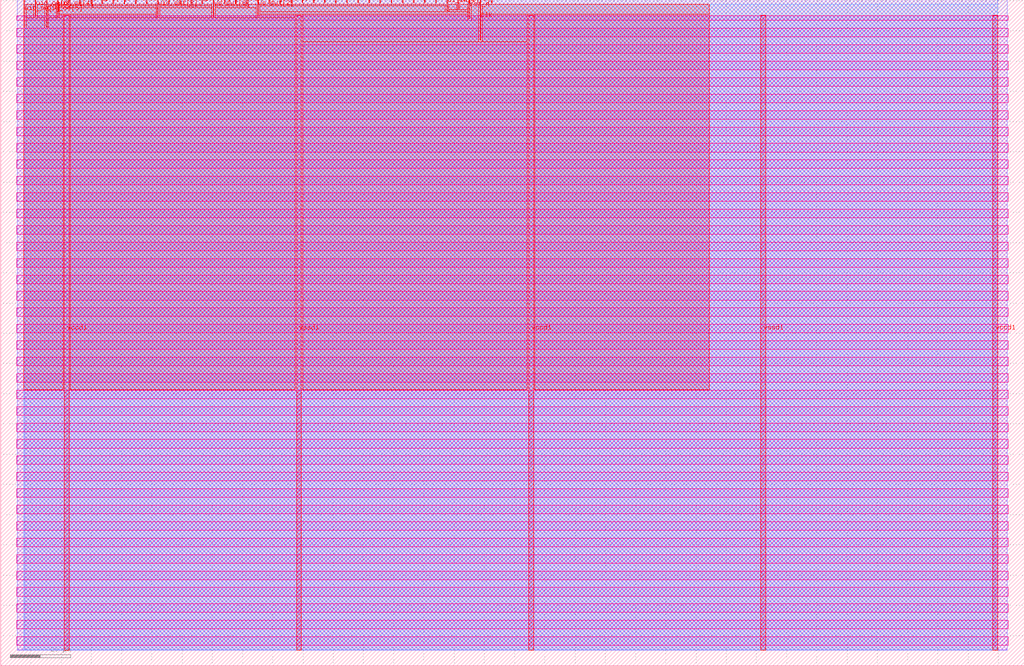
<source format=lef>
VERSION 5.7 ;
  NOWIREEXTENSIONATPIN ON ;
  DIVIDERCHAR "/" ;
  BUSBITCHARS "[]" ;
MACRO tt_um_tomkeddie_a
  CLASS BLOCK ;
  FOREIGN tt_um_tomkeddie_a ;
  ORIGIN 0.000 0.000 ;
  SIZE 338.560 BY 220.320 ;
  PIN clk
    DIRECTION INPUT ;
    USE SIGNAL ;
    PORT
      LAYER met4 ;
        RECT 158.550 206.850 158.850 220.320 ;
    END
  END clk
  PIN ena
    DIRECTION INPUT ;
    USE SIGNAL ;
    PORT
      LAYER met4 ;
        RECT 162.230 219.320 162.530 220.320 ;
    END
  END ena
  PIN rst_n
    DIRECTION INPUT ;
    USE SIGNAL ;
    PORT
      LAYER met4 ;
        RECT 154.870 214.020 155.170 220.320 ;
    END
  END rst_n
  PIN ui_in[0]
    DIRECTION INPUT ;
    USE SIGNAL ;
    PORT
      LAYER met4 ;
        RECT 151.190 217.420 151.490 220.320 ;
    END
  END ui_in[0]
  PIN ui_in[1]
    DIRECTION INPUT ;
    USE SIGNAL ;
    PORT
      LAYER met4 ;
        RECT 147.510 216.740 147.810 220.320 ;
    END
  END ui_in[1]
  PIN ui_in[2]
    DIRECTION INPUT ;
    USE SIGNAL ;
    PORT
      LAYER met4 ;
        RECT 143.830 219.320 144.130 220.320 ;
    END
  END ui_in[2]
  PIN ui_in[3]
    DIRECTION INPUT ;
    USE SIGNAL ;
    PORT
      LAYER met4 ;
        RECT 140.150 219.320 140.450 220.320 ;
    END
  END ui_in[3]
  PIN ui_in[4]
    DIRECTION INPUT ;
    USE SIGNAL ;
    PORT
      LAYER met4 ;
        RECT 136.470 219.320 136.770 220.320 ;
    END
  END ui_in[4]
  PIN ui_in[5]
    DIRECTION INPUT ;
    USE SIGNAL ;
    PORT
      LAYER met4 ;
        RECT 132.790 219.320 133.090 220.320 ;
    END
  END ui_in[5]
  PIN ui_in[6]
    DIRECTION INPUT ;
    USE SIGNAL ;
    PORT
      LAYER met4 ;
        RECT 129.110 219.320 129.410 220.320 ;
    END
  END ui_in[6]
  PIN ui_in[7]
    DIRECTION INPUT ;
    USE SIGNAL ;
    PORT
      LAYER met4 ;
        RECT 125.430 219.320 125.730 220.320 ;
    END
  END ui_in[7]
  PIN uio_in[0]
    DIRECTION INPUT ;
    USE SIGNAL ;
    PORT
      LAYER met4 ;
        RECT 121.750 219.320 122.050 220.320 ;
    END
  END uio_in[0]
  PIN uio_in[1]
    DIRECTION INPUT ;
    USE SIGNAL ;
    PORT
      LAYER met4 ;
        RECT 118.070 219.320 118.370 220.320 ;
    END
  END uio_in[1]
  PIN uio_in[2]
    DIRECTION INPUT ;
    USE SIGNAL ;
    PORT
      LAYER met4 ;
        RECT 114.390 219.320 114.690 220.320 ;
    END
  END uio_in[2]
  PIN uio_in[3]
    DIRECTION INPUT ;
    USE SIGNAL ;
    PORT
      LAYER met4 ;
        RECT 110.710 219.320 111.010 220.320 ;
    END
  END uio_in[3]
  PIN uio_in[4]
    DIRECTION INPUT ;
    USE SIGNAL ;
    PORT
      LAYER met4 ;
        RECT 107.030 219.320 107.330 220.320 ;
    END
  END uio_in[4]
  PIN uio_in[5]
    DIRECTION INPUT ;
    USE SIGNAL ;
    PORT
      LAYER met4 ;
        RECT 103.350 219.320 103.650 220.320 ;
    END
  END uio_in[5]
  PIN uio_in[6]
    DIRECTION INPUT ;
    USE SIGNAL ;
    PORT
      LAYER met4 ;
        RECT 99.670 219.320 99.970 220.320 ;
    END
  END uio_in[6]
  PIN uio_in[7]
    DIRECTION INPUT ;
    USE SIGNAL ;
    PORT
      LAYER met4 ;
        RECT 95.990 219.320 96.290 220.320 ;
    END
  END uio_in[7]
  PIN uio_oe[0]
    DIRECTION OUTPUT TRISTATE ;
    USE SIGNAL ;
    PORT
      LAYER met4 ;
        RECT 33.430 218.780 33.730 220.320 ;
    END
  END uio_oe[0]
  PIN uio_oe[1]
    DIRECTION OUTPUT TRISTATE ;
    USE SIGNAL ;
    PORT
      LAYER met4 ;
        RECT 29.750 218.100 30.050 220.320 ;
    END
  END uio_oe[1]
  PIN uio_oe[2]
    DIRECTION OUTPUT TRISTATE ;
    USE SIGNAL ;
    PORT
      LAYER met4 ;
        RECT 26.070 218.780 26.370 220.320 ;
    END
  END uio_oe[2]
  PIN uio_oe[3]
    DIRECTION OUTPUT TRISTATE ;
    USE SIGNAL ;
    PORT
      LAYER met4 ;
        RECT 22.390 218.780 22.690 220.320 ;
    END
  END uio_oe[3]
  PIN uio_oe[4]
    DIRECTION OUTPUT TRISTATE ;
    USE SIGNAL ;
    PORT
      LAYER met4 ;
        RECT 18.710 214.700 19.010 220.320 ;
    END
  END uio_oe[4]
  PIN uio_oe[5]
    DIRECTION OUTPUT TRISTATE ;
    USE SIGNAL ;
    PORT
      LAYER met4 ;
        RECT 15.030 211.300 15.330 220.320 ;
    END
  END uio_oe[5]
  PIN uio_oe[6]
    DIRECTION OUTPUT TRISTATE ;
    USE SIGNAL ;
    PORT
      LAYER met4 ;
        RECT 11.350 214.700 11.650 220.320 ;
    END
  END uio_oe[6]
  PIN uio_oe[7]
    DIRECTION OUTPUT TRISTATE ;
    USE SIGNAL ;
    PORT
      LAYER met4 ;
        RECT 7.670 211.300 7.970 220.320 ;
    END
  END uio_oe[7]
  PIN uio_out[0]
    DIRECTION OUTPUT TRISTATE ;
    USE SIGNAL ;
    PORT
      LAYER met4 ;
        RECT 62.870 218.100 63.170 220.320 ;
    END
  END uio_out[0]
  PIN uio_out[1]
    DIRECTION OUTPUT TRISTATE ;
    USE SIGNAL ;
    PORT
      LAYER met4 ;
        RECT 59.190 218.780 59.490 220.320 ;
    END
  END uio_out[1]
  PIN uio_out[2]
    DIRECTION OUTPUT TRISTATE ;
    USE SIGNAL ;
    PORT
      LAYER met4 ;
        RECT 55.510 218.780 55.810 220.320 ;
    END
  END uio_out[2]
  PIN uio_out[3]
    DIRECTION OUTPUT TRISTATE ;
    USE SIGNAL ;
    PORT
      LAYER met4 ;
        RECT 51.830 214.700 52.130 220.320 ;
    END
  END uio_out[3]
  PIN uio_out[4]
    DIRECTION OUTPUT TRISTATE ;
    USE SIGNAL ;
    PORT
      LAYER met4 ;
        RECT 48.150 218.780 48.450 220.320 ;
    END
  END uio_out[4]
  PIN uio_out[5]
    DIRECTION OUTPUT TRISTATE ;
    USE SIGNAL ;
    PORT
      LAYER met4 ;
        RECT 44.470 218.780 44.770 220.320 ;
    END
  END uio_out[5]
  PIN uio_out[6]
    DIRECTION OUTPUT TRISTATE ;
    USE SIGNAL ;
    PORT
      LAYER met4 ;
        RECT 40.790 218.780 41.090 220.320 ;
    END
  END uio_out[6]
  PIN uio_out[7]
    DIRECTION OUTPUT TRISTATE ;
    USE SIGNAL ;
    PORT
      LAYER met4 ;
        RECT 37.110 218.780 37.410 220.320 ;
    END
  END uio_out[7]
  PIN uo_out[0]
    DIRECTION OUTPUT TRISTATE ;
    USE SIGNAL ;
    PORT
      LAYER met4 ;
        RECT 92.310 218.780 92.610 220.320 ;
    END
  END uo_out[0]
  PIN uo_out[1]
    DIRECTION OUTPUT TRISTATE ;
    USE SIGNAL ;
    PORT
      LAYER met4 ;
        RECT 88.630 218.780 88.930 220.320 ;
    END
  END uo_out[1]
  PIN uo_out[2]
    DIRECTION OUTPUT TRISTATE ;
    USE SIGNAL ;
    PORT
      LAYER met4 ;
        RECT 84.950 214.700 85.250 220.320 ;
    END
  END uo_out[2]
  PIN uo_out[3]
    DIRECTION OUTPUT TRISTATE ;
    USE SIGNAL ;
    PORT
      LAYER met4 ;
        RECT 81.270 218.100 81.570 220.320 ;
    END
  END uo_out[3]
  PIN uo_out[4]
    DIRECTION OUTPUT TRISTATE ;
    USE SIGNAL ;
    PORT
      LAYER met4 ;
        RECT 77.590 218.780 77.890 220.320 ;
    END
  END uo_out[4]
  PIN uo_out[5]
    DIRECTION OUTPUT TRISTATE ;
    USE SIGNAL ;
    PORT
      LAYER met4 ;
        RECT 73.910 218.780 74.210 220.320 ;
    END
  END uo_out[5]
  PIN uo_out[6]
    DIRECTION OUTPUT TRISTATE ;
    USE SIGNAL ;
    PORT
      LAYER met4 ;
        RECT 70.230 214.700 70.530 220.320 ;
    END
  END uo_out[6]
  PIN uo_out[7]
    DIRECTION OUTPUT TRISTATE ;
    USE SIGNAL ;
    PORT
      LAYER met4 ;
        RECT 66.550 218.780 66.850 220.320 ;
    END
  END uo_out[7]
  PIN vccd1
    DIRECTION INOUT ;
    USE POWER ;
    PORT
      LAYER met4 ;
        RECT 21.040 5.200 22.640 215.120 ;
    END
    PORT
      LAYER met4 ;
        RECT 174.640 5.200 176.240 215.120 ;
    END
    PORT
      LAYER met4 ;
        RECT 328.240 5.200 329.840 215.120 ;
    END
  END vccd1
  PIN vssd1
    DIRECTION INOUT ;
    USE GROUND ;
    PORT
      LAYER met4 ;
        RECT 97.840 5.200 99.440 215.120 ;
    END
    PORT
      LAYER met4 ;
        RECT 251.440 5.200 253.040 215.120 ;
    END
  END vssd1
  OBS
      LAYER nwell ;
        RECT 5.330 213.465 333.230 215.070 ;
        RECT 5.330 208.025 333.230 210.855 ;
        RECT 5.330 202.585 333.230 205.415 ;
        RECT 5.330 197.145 333.230 199.975 ;
        RECT 5.330 191.705 333.230 194.535 ;
        RECT 5.330 186.265 333.230 189.095 ;
        RECT 5.330 180.825 333.230 183.655 ;
        RECT 5.330 175.385 333.230 178.215 ;
        RECT 5.330 169.945 333.230 172.775 ;
        RECT 5.330 164.505 333.230 167.335 ;
        RECT 5.330 159.065 333.230 161.895 ;
        RECT 5.330 153.625 333.230 156.455 ;
        RECT 5.330 148.185 333.230 151.015 ;
        RECT 5.330 142.745 333.230 145.575 ;
        RECT 5.330 137.305 333.230 140.135 ;
        RECT 5.330 131.865 333.230 134.695 ;
        RECT 5.330 126.425 333.230 129.255 ;
        RECT 5.330 120.985 333.230 123.815 ;
        RECT 5.330 115.545 333.230 118.375 ;
        RECT 5.330 110.105 333.230 112.935 ;
        RECT 5.330 104.665 333.230 107.495 ;
        RECT 5.330 99.225 333.230 102.055 ;
        RECT 5.330 93.785 333.230 96.615 ;
        RECT 5.330 88.345 333.230 91.175 ;
        RECT 5.330 82.905 333.230 85.735 ;
        RECT 5.330 77.465 333.230 80.295 ;
        RECT 5.330 72.025 333.230 74.855 ;
        RECT 5.330 66.585 333.230 69.415 ;
        RECT 5.330 61.145 333.230 63.975 ;
        RECT 5.330 55.705 333.230 58.535 ;
        RECT 5.330 50.265 333.230 53.095 ;
        RECT 5.330 44.825 333.230 47.655 ;
        RECT 5.330 39.385 333.230 42.215 ;
        RECT 5.330 33.945 333.230 36.775 ;
        RECT 5.330 28.505 333.230 31.335 ;
        RECT 5.330 23.065 333.230 25.895 ;
        RECT 5.330 17.625 333.230 20.455 ;
        RECT 5.330 12.185 333.230 15.015 ;
        RECT 5.330 6.745 333.230 9.575 ;
      LAYER li1 ;
        RECT 5.520 5.355 333.040 214.965 ;
      LAYER met1 ;
        RECT 5.520 5.200 333.040 220.280 ;
      LAYER met2 ;
        RECT 7.920 5.255 329.810 220.310 ;
      LAYER met3 ;
        RECT 7.630 5.275 329.830 218.785 ;
      LAYER met4 ;
        RECT 8.370 214.300 10.950 218.785 ;
        RECT 12.050 214.300 14.630 218.785 ;
        RECT 8.370 210.900 14.630 214.300 ;
        RECT 15.730 214.300 18.310 218.785 ;
        RECT 19.410 218.380 21.990 218.785 ;
        RECT 23.090 218.380 25.670 218.785 ;
        RECT 26.770 218.380 29.350 218.785 ;
        RECT 19.410 217.700 29.350 218.380 ;
        RECT 30.450 218.380 33.030 218.785 ;
        RECT 34.130 218.380 36.710 218.785 ;
        RECT 37.810 218.380 40.390 218.785 ;
        RECT 41.490 218.380 44.070 218.785 ;
        RECT 45.170 218.380 47.750 218.785 ;
        RECT 48.850 218.380 51.430 218.785 ;
        RECT 30.450 217.700 51.430 218.380 ;
        RECT 19.410 215.520 51.430 217.700 ;
        RECT 19.410 214.300 20.640 215.520 ;
        RECT 15.730 210.900 20.640 214.300 ;
        RECT 7.655 91.295 20.640 210.900 ;
        RECT 23.040 214.300 51.430 215.520 ;
        RECT 52.530 218.380 55.110 218.785 ;
        RECT 56.210 218.380 58.790 218.785 ;
        RECT 59.890 218.380 62.470 218.785 ;
        RECT 52.530 217.700 62.470 218.380 ;
        RECT 63.570 218.380 66.150 218.785 ;
        RECT 67.250 218.380 69.830 218.785 ;
        RECT 63.570 217.700 69.830 218.380 ;
        RECT 52.530 214.300 69.830 217.700 ;
        RECT 70.930 218.380 73.510 218.785 ;
        RECT 74.610 218.380 77.190 218.785 ;
        RECT 78.290 218.380 80.870 218.785 ;
        RECT 70.930 217.700 80.870 218.380 ;
        RECT 81.970 217.700 84.550 218.785 ;
        RECT 70.930 214.300 84.550 217.700 ;
        RECT 85.650 218.380 88.230 218.785 ;
        RECT 89.330 218.380 91.910 218.785 ;
        RECT 93.010 218.380 147.110 218.785 ;
        RECT 85.650 216.340 147.110 218.380 ;
        RECT 148.210 217.020 150.790 218.785 ;
        RECT 151.890 217.020 154.470 218.785 ;
        RECT 148.210 216.340 154.470 217.020 ;
        RECT 85.650 215.520 154.470 216.340 ;
        RECT 85.650 214.300 97.440 215.520 ;
        RECT 23.040 91.295 97.440 214.300 ;
        RECT 99.840 213.620 154.470 215.520 ;
        RECT 155.570 213.620 158.150 218.785 ;
        RECT 99.840 206.450 158.150 213.620 ;
        RECT 159.250 215.520 234.305 218.785 ;
        RECT 159.250 206.450 174.240 215.520 ;
        RECT 99.840 91.295 174.240 206.450 ;
        RECT 176.640 91.295 234.305 215.520 ;
  END
END tt_um_tomkeddie_a
END LIBRARY


</source>
